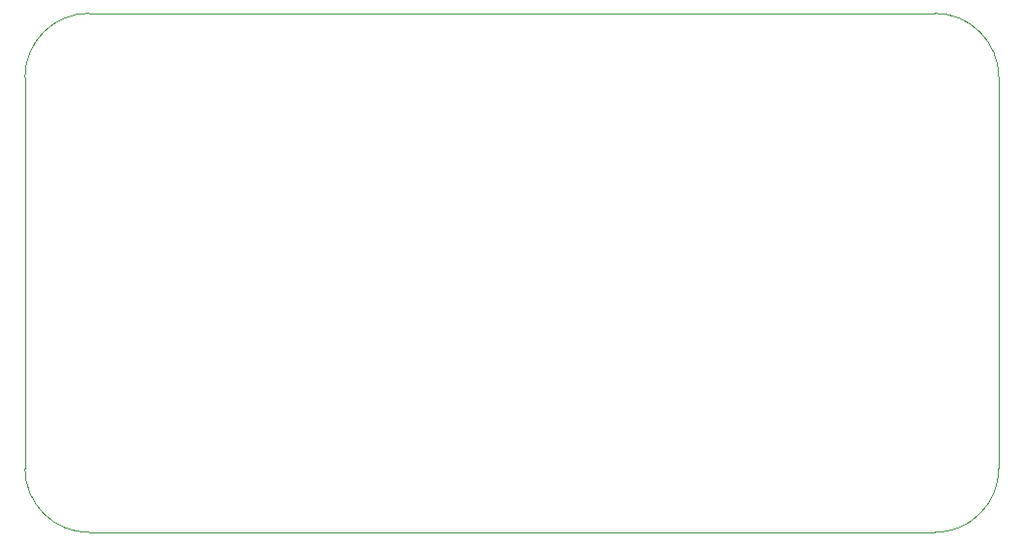
<source format=gm1>
G04 #@! TF.GenerationSoftware,KiCad,Pcbnew,(7.0.0)*
G04 #@! TF.CreationDate,2023-03-25T20:45:11-04:00*
G04 #@! TF.ProjectId,eight_key_piano_standalone_V1,65696768-745f-46b6-9579-5f7069616e6f,rev?*
G04 #@! TF.SameCoordinates,Original*
G04 #@! TF.FileFunction,Profile,NP*
%FSLAX46Y46*%
G04 Gerber Fmt 4.6, Leading zero omitted, Abs format (unit mm)*
G04 Created by KiCad (PCBNEW (7.0.0)) date 2023-03-25 20:45:11*
%MOMM*%
%LPD*%
G01*
G04 APERTURE LIST*
G04 #@! TA.AperFunction,Profile*
%ADD10C,0.100000*%
G04 #@! TD*
G04 APERTURE END LIST*
D10*
X107061013Y-117841687D02*
G75*
G03*
X112649000Y-123429687I5587987J-13D01*
G01*
X186421687Y-123429687D02*
G75*
G03*
X192009687Y-117841687I13J5587987D01*
G01*
X107061000Y-117841687D02*
X107061000Y-83693000D01*
X192009687Y-83693000D02*
X192009687Y-117841687D01*
X112649000Y-78105000D02*
G75*
G03*
X107061000Y-83693000I0J-5588000D01*
G01*
X186421687Y-78105000D02*
X112649000Y-78105000D01*
X112649000Y-123429687D02*
X186421687Y-123429687D01*
X192009700Y-83693000D02*
G75*
G03*
X186421687Y-78105000I-5588000J0D01*
G01*
M02*

</source>
